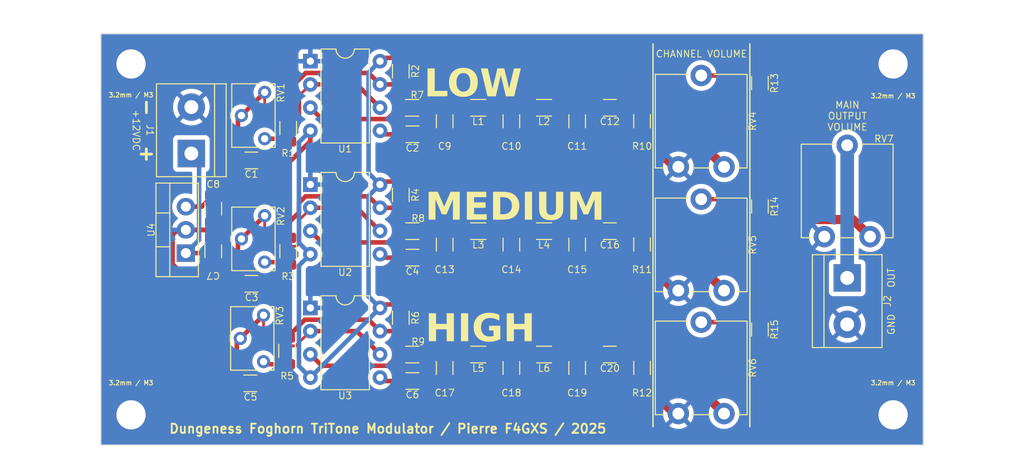
<source format=kicad_pcb>
(kicad_pcb (version 20221018) (generator pcbnew)
  (layers (0 "F.Cu" signal) (31 "B.Cu" signal) (34 "B.Paste" user) (35 "F.Paste" user) (36 "B.SilkS" user "B.Silkscreen") (37 "F.SilkS" user "F.Silkscreen") (38 "B.Mask" user) (39 "F.Mask" user) (44 "Edge.Cuts" user))
  (net 0 "")
  (net 1 "+12V")
  (net 2 "GND")
  (net 3 "Net-(J2-Pin_1)")
  (net 4 "Net-(U3-DIS)")
  (net 5 "Net-(R5-Pad2)")
  (net 6 "Net-(U2-DIS)")
  (net 7 "Net-(U1-R)")
  (net 8 "Net-(R3-Pad2)")
  (net 9 "Net-(U1-DIS)")
  (net 10 "Net-(R1-Pad2)")
  (net 11 "Net-(R15-Pad1)")
  (net 12 "Net-(R13-Pad2)")
  (net 13 "Net-(R14-Pad1)")
  (net 14 "Net-(R13-Pad1)")
  (net 15 "Net-(C20-Pad2)")
  (net 16 "Net-(C16-Pad2)")
  (net 17 "Net-(C12-Pad2)")
  (net 18 "Net-(C17-Pad1)")
  (net 19 "Net-(C13-Pad1)")
  (net 20 "Net-(C9-Pad1)")
  (net 21 "Net-(U3-THR)")
  (net 22 "Net-(U2-THR)")
  (net 23 "Net-(U1-THR)")
  (net 24 "Net-(U1-CV)")
  (net 25 "Net-(U2-CV)")
  (net 26 "Net-(U3-CV)")
  (net 27 "Net-(C10-Pad1)")
  (net 28 "Net-(C11-Pad1)")
  (net 29 "Net-(C18-Pad1)")
  (net 30 "Net-(C19-Pad1)")
  (net 31 "Net-(C14-Pad1)")
  (net 32 "Net-(C15-Pad1)")
  (net 33 "Net-(U3-Q)")
  (net 34 "Net-(U2-Q)")
  (net 35 "Net-(U1-Q)")
  (footprint "Inductor_SMD:L_1206_3216Metric" (layer "F.Cu") (at 117.5 120.6)
    (fp_text reference "L4" (at 0 1.5) (layer "F.SilkS") (effects (font (size 0.75 0.75) (thickness 0.1))))
    (fp_text value "1.5mH")
    (pad "1" smd roundrect (at -1.575 0) (size 1.05 1.9) (layers "F.Cu" "F.Paste" "F.Mask") (roundrect_rratio 0.238095) (net 31 "Net-(C14-Pad1)"))
    (pad "2" smd roundrect (at 1.575 0) (size 1.05 1.9) (layers "F.Cu" "F.Paste" "F.Mask") (roundrect_rratio 0.238095) (net 32 "Net-(C15-Pad1)"))
  )
  (footprint "Resistor_SMD:R_1206_3216Metric" (layer "F.Cu") (at 141.125 104.4 -90)
    (fp_text reference "R13" (at 0 -1.6 90) (layer "F.SilkS") (effects (font (size 0.75 0.75) (thickness 0.1))))
    (fp_text value "3.3kR")
    (pad "1" smd roundrect (at -1.4625 0 270) (size 1.125 1.75) (layers "F.Cu" "F.Paste" "F.Mask") (roundrect_rratio 0.222222) (net 14 "Net-(R13-Pad1)"))
    (pad "2" smd roundrect (at 1.4625 0 270) (size 1.125 1.75) (layers "F.Cu" "F.Paste" "F.Mask") (roundrect_rratio 0.222222) (net 12 "Net-(R13-Pad2)"))
  )
  (footprint "Inductor_SMD:L_1206_3216Metric" (layer "F.Cu") (at 110.3 134.1)
    (fp_text reference "L5" (at 0 1.5) (layer "F.SilkS") (effects (font (size 0.75 0.75) (thickness 0.1))))
    (fp_text value "1.2mH")
    (pad "1" smd roundrect (at -1.575 0) (size 1.05 1.9) (layers "F.Cu" "F.Paste" "F.Mask") (roundrect_rratio 0.238095) (net 18 "Net-(C17-Pad1)"))
    (pad "2" smd roundrect (at 1.575 0) (size 1.05 1.9) (layers "F.Cu" "F.Paste" "F.Mask") (roundrect_rratio 0.238095) (net 29 "Net-(C18-Pad1)"))
  )
  (footprint "Capacitor_SMD:C_1206_3216Metric" (layer "F.Cu") (at 124.7 120.6)
    (fp_text reference "C16" (at 0 1.5) (layer "F.SilkS") (effects (font (size 0.75 0.75) (thickness 0.1))))
    (fp_text value "39µF")
    (pad "1" smd roundrect (at -1.475 0) (size 1.15 1.8) (layers "F.Cu" "F.Paste" "F.Mask") (roundrect_rratio 0.217391) (net 32 "Net-(C15-Pad1)"))
    (pad "2" smd roundrect (at 1.475 0) (size 1.15 1.8) (layers "F.Cu" "F.Paste" "F.Mask") (roundrect_rratio 0.217391) (net 16 "Net-(C16-Pad2)"))
  )
  (footprint "Resistor_SMD:R_1206_3216Metric" (layer "F.Cu") (at 103.0875 134.1)
    (fp_text reference "R9" (at 0.6375 -1.4) (layer "F.SilkS") (effects (font (size 0.75 0.75) (thickness 0.1))))
    (fp_text value "4R")
    (pad "1" smd roundrect (at -1.4625 0) (size 1.125 1.75) (layers "F.Cu" "F.Paste" "F.Mask") (roundrect_rratio 0.222222) (net 33 "Net-(U3-Q)"))
    (pad "2" smd roundrect (at 1.4625 0) (size 1.125 1.75) (layers "F.Cu" "F.Paste" "F.Mask") (roundrect_rratio 0.222222) (net 18 "Net-(C17-Pad1)"))
  )
  (footprint "Resistor_SMD:R_1206_3216Metric" (layer "F.Cu") (at 128.225 122.0625 -90)
    (fp_text reference "R11" (at 2.7375 0 -180) (layer "F.SilkS") (effects (font (size 0.75 0.75) (thickness 0.1))))
    (fp_text value "56R")
    (pad "1" smd roundrect (at -1.4625 0 270) (size 1.125 1.75) (layers "F.Cu" "F.Paste" "F.Mask") (roundrect_rratio 0.222222) (net 16 "Net-(C16-Pad2)"))
    (pad "2" smd roundrect (at 1.4625 0 270) (size 1.125 1.75) (layers "F.Cu" "F.Paste" "F.Mask") (roundrect_rratio 0.222222) (net 2 "GND"))
  )
  (footprint "Capacitor_SMD:C_1206_3216Metric" (layer "F.Cu") (at 113.925 135.575 -90)
    (fp_text reference "C18" (at 2.725 0 -180) (layer "F.SilkS") (effects (font (size 0.75 0.75) (thickness 0.1))))
    (fp_text value "82µF")
    (pad "1" smd roundrect (at -1.475 0 270) (size 1.15 1.8) (layers "F.Cu" "F.Paste" "F.Mask") (roundrect_rratio 0.217391) (net 29 "Net-(C18-Pad1)"))
    (pad "2" smd roundrect (at 1.475 0 270) (size 1.15 1.8) (layers "F.Cu" "F.Paste" "F.Mask") (roundrect_rratio 0.217391) (net 2 "GND"))
  )
  (footprint "Potentiometer_THT:Potentiometer_ACP_CA9-V10_Vertical" (layer "F.Cu") (at 137.2 113.5625 90)
    (fp_text reference "RV4" (at 5 3.125 90) (layer "F.SilkS") (effects (font (size 0.75 0.75) (thickness 0.1))))
    (fp_text value "10kR")
    (pad "1" thru_hole circle (at 0 0 90) (size 2.34 2.34) (drill 1.3) (layers "*.Cu" "*.Mask") (net 17 "Net-(C12-Pad2)"))
    (pad "2" thru_hole circle (at 10 -2.5 90) (size 2.34 2.34) (drill 1.3) (layers "*.Cu" "*.Mask") (net 14 "Net-(R13-Pad1)"))
    (pad "3" thru_hole circle (at 0 -5 90) (size 2.34 2.34) (drill 1.3) (layers "*.Cu" "*.Mask") (net 2 "GND"))
  )
  (footprint "Capacitor_SMD:C_1206_3216Metric" (layer "F.Cu") (at 103.1 137)
    (fp_text reference "C6" (at 0 1.5) (layer "F.SilkS") (effects (font (size 0.75 0.75) (thickness 0.1))))
    (fp_text value "47nF")
    (pad "1" smd roundrect (at -1.475 0) (size 1.15 1.8) (layers "F.Cu" "F.Paste" "F.Mask") (roundrect_rratio 0.217391) (net 26 "Net-(U3-CV)"))
    (pad "2" smd roundrect (at 1.475 0) (size 1.15 1.8) (layers "F.Cu" "F.Paste" "F.Mask") (roundrect_rratio 0.217391) (net 2 "GND"))
  )
  (footprint "Capacitor_SMD:C_1206_3216Metric" (layer "F.Cu") (at 85.35 137.255)
    (fp_text reference "C5" (at 0.025 1.5) (layer "F.SilkS") (effects (font (size 0.75 0.75) (thickness 0.1))))
    (fp_text value "470nF")
    (pad "1" smd roundrect (at -1.475 0) (size 1.15 1.8) (layers "F.Cu" "F.Paste" "F.Mask") (roundrect_rratio 0.217391) (net 21 "Net-(U3-THR)"))
    (pad "2" smd roundrect (at 1.475 0) (size 1.15 1.8) (layers "F.Cu" "F.Paste" "F.Mask") (roundrect_rratio 0.217391) (net 2 "GND"))
  )
  (footprint "Capacitor_SMD:C_1206_3216Metric" (layer "F.Cu") (at 81.3 122.795 90)
    (fp_text reference "C7" (at -2.665 0 180 unlocked) (layer "F.SilkS") (effects (font (size 0.75 0.75) (thickness 0.1))))
    (fp_text value "0.33µF")
    (pad "1" smd roundrect (at -1.475 0 90) (size 1.15 1.8) (layers "F.Cu" "F.Paste" "F.Mask") (roundrect_rratio 0.217391) (net 1 "+12V"))
    (pad "2" smd roundrect (at 1.475 0 90) (size 1.15 1.8) (layers "F.Cu" "F.Paste" "F.Mask") (roundrect_rratio 0.217391) (net 2 "GND"))
  )
  (footprint "Capacitor_SMD:C_1206_3216Metric" (layer "F.Cu") (at 113.925 122.075 -90)
    (fp_text reference "C14" (at 2.725 0 -180) (layer "F.SilkS") (effects (font (size 0.75 0.75) (thickness 0.1))))
    (fp_text value "120µF")
    (pad "1" smd roundrect (at -1.475 0 270) (size 1.15 1.8) (layers "F.Cu" "F.Paste" "F.Mask") (roundrect_rratio 0.217391) (net 31 "Net-(C14-Pad1)"))
    (pad "2" smd roundrect (at 1.475 0 270) (size 1.15 1.8) (layers "F.Cu" "F.Paste" "F.Mask") (roundrect_rratio 0.217391) (net 2 "GND"))
  )
  (footprint "Inductor_SMD:L_1206_3216Metric" (layer "F.Cu") (at 110.3 120.6)
    (fp_text reference "L3" (at 0 1.5) (layer "F.SilkS") (effects (font (size 0.75 0.75) (thickness 0.1))))
    (fp_text value "1.5mH")
    (pad "1" smd roundrect (at -1.575 0) (size 1.05 1.9) (layers "F.Cu" "F.Paste" "F.Mask") (roundrect_rratio 0.238095) (net 19 "Net-(C13-Pad1)"))
    (pad "2" smd roundrect (at 1.575 0) (size 1.05 1.9) (layers "F.Cu" "F.Paste" "F.Mask") (roundrect_rratio 0.238095) (net 31 "Net-(C14-Pad1)"))
  )
  (footprint "Capacitor_SMD:C_1206_3216Metric" (layer "F.Cu") (at 121.125 135.575 -90)
    (fp_text reference "C19" (at 2.725 0 -180) (layer "F.SilkS") (effects (font (size 0.75 0.75) (thickness 0.1))))
    (fp_text value "39µF")
    (pad "1" smd roundrect (at -1.475 0 270) (size 1.15 1.8) (layers "F.Cu" "F.Paste" "F.Mask") (roundrect_rratio 0.217391) (net 30 "Net-(C19-Pad1)"))
    (pad "2" smd roundrect (at 1.475 0 270) (size 1.15 1.8) (layers "F.Cu" "F.Paste" "F.Mask") (roundrect_rratio 0.217391) (net 2 "GND"))
  )
  (footprint "Capacitor_SMD:C_1206_3216Metric" (layer "F.Cu") (at 106.625 108.575 -90)
    (fp_text reference "C9" (at 2.725 0 -180) (layer "F.SilkS") (effects (font (size 0.75 0.75) (thickness 0.1))))
    (fp_text value "68µF")
    (pad "1" smd roundrect (at -1.475 0 270) (size 1.15 1.8) (layers "F.Cu" "F.Paste" "F.Mask") (roundrect_rratio 0.217391) (net 20 "Net-(C9-Pad1)"))
    (pad "2" smd roundrect (at 1.475 0 270) (size 1.15 1.8) (layers "F.Cu" "F.Paste" "F.Mask") (roundrect_rratio 0.217391) (net 2 "GND"))
  )
  (footprint "Resistor_SMD:R_1206_3216Metric" (layer "F.Cu") (at 89.5 122.7975 -90)
    (fp_text reference "R3" (at 2.7625 0 -180) (layer "F.SilkS") (effects (font (size 0.75 0.75) (thickness 0.1))))
    (fp_text value "200R")
    (pad "1" smd roundrect (at -1.4625 0 270) (size 1.125 1.75) (layers "F.Cu" "F.Paste" "F.Mask") (roundrect_rratio 0.222222) (net 6 "Net-(U2-DIS)"))
    (pad "2" smd roundrect (at 1.4625 0 270) (size 1.125 1.75) (layers "F.Cu" "F.Paste" "F.Mask") (roundrect_rratio 0.222222) (net 8 "Net-(R3-Pad2)"))
  )
  (footprint "Resistor_SMD:R_1206_3216Metric" (layer "F.Cu") (at 141.125 117.9 -90)
    (fp_text reference "R14" (at 0 -1.6 90) (layer "F.SilkS") (effects (font (size 0.75 0.75) (thickness 0.1))))
    (fp_text value "3.3kR")
    (pad "1" smd roundrect (at -1.4625 0 270) (size 1.125 1.75) (layers "F.Cu" "F.Paste" "F.Mask") (roundrect_rratio 0.222222) (net 13 "Net-(R14-Pad1)"))
    (pad "2" smd roundrect (at 1.4625 0 270) (size 1.125 1.75) (layers "F.Cu" "F.Paste" "F.Mask") (roundrect_rratio 0.222222) (net 12 "Net-(R13-Pad2)"))
  )
  (footprint "Capacitor_SMD:C_1206_3216Metric" (layer "F.Cu") (at 106.625 135.575 -90)
    (fp_text reference "C17" (at 2.725 0 -180) (layer "F.SilkS") (effects (font (size 0.75 0.75) (thickness 0.1))))
    (fp_text value "39µF")
    (pad "1" smd roundrect (at -1.475 0 270) (size 1.15 1.8) (layers "F.Cu" "F.Paste" "F.Mask") (roundrect_rratio 0.217391) (net 18 "Net-(C17-Pad1)"))
    (pad "2" smd roundrect (at 1.475 0 270) (size 1.15 1.8) (layers "F.Cu" "F.Paste" "F.Mask") (roundrect_rratio 0.217391) (net 2 "GND"))
  )
  (footprint "Capacitor_SMD:C_1206_3216Metric" (layer "F.Cu") (at 103.1 110)
    (fp_text reference "C2" (at 0 1.5) (layer "F.SilkS") (effects (font (size 0.75 0.75) (thickness 0.1))))
    (fp_text value "47nF")
    (pad "1" smd roundrect (at -1.475 0) (size 1.15 1.8) (layers "F.Cu" "F.Paste" "F.Mask") (roundrect_rratio 0.217391) (net 24 "Net-(U1-CV)"))
    (pad "2" smd roundrect (at 1.475 0) (size 1.15 1.8) (layers "F.Cu" "F.Paste" "F.Mask") (roundrect_rratio 0.217391) (net 2 "GND"))
  )
  (footprint "Inductor_SMD:L_1206_3216Metric" (layer "F.Cu") (at 117.5 107.1)
    (fp_text reference "L2" (at 0 1.5) (layer "F.SilkS") (effects (font (size 0.75 0.75) (thickness 0.1))))
    (fp_text value "1.8mH")
    (pad "1" smd roundrect (at -1.575 0) (size 1.05 1.9) (layers "F.Cu" "F.Paste" "F.Mask") (roundrect_rratio 0.238095) (net 27 "Net-(C10-Pad1)"))
    (pad "2" smd roundrect (at 1.575 0) (size 1.05 1.9) (layers "F.Cu" "F.Paste" "F.Mask") (roundrect_rratio 0.238095) (net 28 "Net-(C11-Pad1)"))
  )
  (footprint "Resistor_SMD:R_1206_3216Metric" (layer "F.Cu") (at 101.825 130.0875 90)
    (fp_text reference "R6" (at 0 1.6 90) (layer "F.SilkS") (effects (font (size 0.75 0.75) (thickness 0.1))))
    (fp_text value "250R")
    (pad "1" smd roundrect (at -1.4625 0 90) (size 1.125 1.75) (layers "F.Cu" "F.Paste" "F.Mask") (roundrect_rratio 0.222222) (net 4 "Net-(U3-DIS)"))
    (pad "2" smd roundrect (at 1.4625 0 90) (size 1.125 1.75) (layers "F.Cu" "F.Paste" "F.Mask") (roundrect_rratio 0.222222) (net 7 "Net-(U1-R)"))
  )
  (footprint "Package_DIP:DIP-8_W7.62mm" (layer "F.Cu") (at 91.925 102)
    (fp_text reference "U1" (at 3.8 9.6) (layer "F.SilkS") (effects (font (size 0.75 0.75) (thickness 0.1))))
    (fp_text value "NE555P")
    (pad "1" thru_hole rect (at 0 0) (size 1.6 1.6) (drill 0.8) (layers "*.Cu" "*.Mask") (net 2 "GND"))
    (pad "2" thru_hole oval (at 0 2.54) (size 1.6 1.6) (drill 0.8) (layers "*.Cu" "*.Mask") (net 23 "Net-(U1-THR)"))
    (pad "3" thru_hole oval (at 0 5.08) (size 1.6 1.6) (drill 0.8) (layers "*.Cu" "*.Mask") (net 35 "Net-(U1-Q)"))
    (pad "4" thru_hole oval (at 0 7.62) (size 1.6 1.6) (drill 0.8) (layers "*.Cu" "*.Mask") (net 7 "Net-(U1-R)"))
    (pad "5" thru_hole oval (at 7.62 7.62) (size 1.6 1.6) (drill 0.8) (layers "*.Cu" "*.Mask") (net 24 "Net-(U1-CV)"))
    (pad "6" thru_hole oval (at 7.62 5.08) (size 1.6 1.6) (drill 0.8) (layers "*.Cu" "*.Mask") (net 23 "Net-(U1-THR)"))
    (pad "7" thru_hole oval (at 7.62 2.54) (size 1.6 1.6) (drill 0.8) (layers "*.Cu" "*.Mask") (net 9 "Net-(U1-DIS)"))
    (pad "8" thru_hole oval (at 7.62 0) (size 1.6 1.6) (drill 0.8) (layers "*.Cu" "*.Mask") (net 7 "Net-(U1-R)"))
  )
  (footprint "Potentiometer_THT:Potentiometer_ACP_CA9-V10_Vertical" (layer "F.Cu") (at 137.2 140.5625 90)
    (fp_text reference "RV6" (at 5 3.125 90) (layer "F.SilkS") (effects (font (size 0.75 0.75) (thickness 0.1))))
    (fp_text value "10kR")
    (pad "1" thru_hole circle (at 0 0 90) (size 2.34 2.34) (drill 1.3) (layers "*.Cu" "*.Mask") (net 15 "Net-(C20-Pad2)"))
    (pad "2" thru_hole circle (at 10 -2.5 90) (size 2.34 2.34) (drill 1.3) (layers "*.Cu" "*.Mask") (net 11 "Net-(R15-Pad1)"))
    (pad "3" thru_hole circle (at 0 -5 90) (size 2.34 2.34) (drill 1.3) (layers "*.Cu" "*.Mask") (net 2 "GND"))
  )
  (footprint "Resistor_SMD:R_1206_3216Metric" (layer "F.Cu") (at 141.125 131.3625 -90)
    (fp_text reference "R15" (at 0 -1.6 90) (layer "F.SilkS") (effects (font (size 0.75 0.75) (thickness 0.1))))
    (fp_text value "3.3kR")
    (pad "1" smd roundrect (at -1.4625 0 270) (size 1.125 1.75) (layers "F.Cu" "F.Paste" "F.Mask") (roundrect_rratio 0.222222) (net 11 "Net-(R15-Pad1)"))
    (pad "2" smd roundrect (at 1.4625 0 270) (size 1.125 1.75) (layers "F.Cu" "F.Paste" "F.Mask") (roundrect_rratio 0.222222) (net 12 "Net-(R13-Pad2)"))
  )
  (footprint "Resistor_SMD:R_1206_3216Metric" (layer "F.Cu") (at 89.5 109.3225 -90)
    (fp_text reference "R1" (at 2.7375 0 -180) (layer "F.SilkS") (effects (font (size 0.75 0.75) (thickness 0.1))))
    (fp_text value "200R")
    (pad "1" smd roundrect (at -1.4625 0 270) (size 1.125 1.75) (layers "F.Cu" "F.Paste" "F.Mask") (roundrect_rratio 0.222222) (net 9 "Net-(U1-DIS)"))
    (pad "2" smd roundrect (at 1.4625 0 270) (size 1.125 1.75) (layers "F.Cu" "F.Paste" "F.Mask") (roundrect_rratio 0.222222) (net 10 "Net-(R1-Pad2)"))
  )
  (footprint "Resistor_SMD:R_1206_3216Metric" (layer "F.Cu") (at 128.225 135.5625 -90)
    (fp_text reference "R12" (at 2.7375 0 -180) (layer "F.SilkS") (effects (font (size 0.75 0.75) (thickness 0.1))))
    (fp_text value "56R")
    (pad "1" smd roundrect (at -1.4625 0 270) (size 1.125 1.75) (layers "F.Cu" "F.Paste" "F.Mask") (roundrect_rratio 0.222222) (net 15 "Net-(C20-Pad2)"))
    (pad "2" smd roundrect (at 1.4625 0 270) (size 1.125 1.75) (layers "F.Cu" "F.Paste" "F.Mask") (roundrect_rratio 0.222222) (net 2 "GND"))
  )
  (footprint "MountingHole:MountingHole_3.2mm_M3_DIN965_Pad" (layer "F.Cu") (at 155.7 140.7)
    (fp_text reference "3.2mm / M3" (at 0 -3.5) (layer "F.SilkS") (effects (font (size 0.5 0.5) (thickness 0.1))))
    (fp_text value "MountingHole_3.2mm_M3_DIN965_Pad")
    (pad "1" thru_hole circle (at 0 0) (size 5.6 5.6) (drill 3.2) (layers "*.Cu" "*.Mask"))
  )
  (footprint "Resistor_SMD:R_1206_3216Metric" (layer "F.Cu") (at 101.825 103.1 -90)
    (fp_text reference "R2" (at 0 -1.6 90) (layer "F.SilkS") (effects (font (size 0.75 0.75) (thickness 0.1))))
    (fp_text value "250R")
    (pad "1" smd roundrect (at -1.4625 0 270) (size 1.125 1.75) (layers "F.Cu" "F.Paste" "F.Mask") (roundrect_rratio 0.222222) (net 7 "Net-(U1-R)"))
    (pad "2" smd roundrect (at 1.4625 0 270) (size 1.125 1.75) (layers "F.Cu" "F.Paste" "F.Mask") (roundrect_rratio 0.222222) (net 9 "Net-(U1-DIS)"))
  )
  (footprint "Resistor_SMD:R_1206_3216Metric" (layer "F.Cu") (at 128.225 108.5625 -90)
    (fp_text reference "R10" (at 2.7375 0 -180) (layer "F.SilkS") (effects (font (size 0.75 0.75) (thickness 0.1))))
    (fp_text value "56R")
    (pad "1" smd roundrect (at -1.4625 0 270) (size 1.125 1.75) (layers "F.Cu" "F.Paste" "F.Mask") (roundrect_rratio 0.222222) (net 17 "Net-(C12-Pad2)"))
    (pad "2" smd roundrect (at 1.4625 0 270) (size 1.125 1.75) (layers "F.Cu" "F.Paste" "F.Mask") (roundrect_rratio 0.222222) (net 2 "GND"))
  )
  (footprint "Potentiometer_THT:Potentiometer_ACP_CA9-V10_Vertical" (layer "F.Cu") (at 153.175 121.2 90)
    (fp_text reference "RV7" (at 10.7 1.525 180) (layer "F.SilkS") (effects (font (size 0.75 0.75) (thickness 0.1))))
    (fp_text value "500kR")
    (pad "1" thru_hole circle (at 0 0 90) (size 2.34 2.34) (drill 1.3) (layers "*.Cu" "*.Mask") (net 12 "Net-(R13-Pad2)"))
    (pad "2" thru_hole circle (at 10 -2.5 90) (size 2.34 2.34) (drill 1.3) (layers "*.Cu" "*.Mask") (net 3 "Net-(J2-Pin_1)"))
    (pad "3" thru_hole circle (at 0 -5 90) (size 2.34 2.34) (drill 1.3) (layers "*.Cu" "*.Mask") (net 2 "GND"))
  )
  (footprint "MountingHole:MountingHole_3.2mm_M3_DIN965_Pad" (layer "F.Cu") (at 72.3 140.7)
    (fp_text reference "3.2mm / M3" (at 0 -3.5) (layer "F.SilkS") (effects (font (size 0.5 0.5) (thickness 0.1) bold)))
    (fp_text value "MountingHole_3.2mm_M3_DIN965_Pad")
    (pad "1" thru_hole circle (at 0 0) (size 5.6 5.6) (drill 3.2) (layers "*.Cu" "*.Mask"))
  )
  (footprint "Resistor_SMD:R_1206_3216Metric" (layer "F.Cu") (at 89.375 133.705 -90)
    (fp_text reference "R5" (at 2.75 0 -180) (layer "F.SilkS") (effects (font (size 0.75 0.75) (thickness 0.1))))
    (fp_text value "200R")
    (pad "1" smd roundrect (at -1.4625 0 270) (size 1.125 1.75) (layers "F.Cu" "F.Paste" "F.Mask") (roundrect_rratio 0.222222) (net 4 "Net-(U3-DIS)"))
    (pad "2" smd roundrect (at 1.4625 0 270) (size 1.125 1.75) (layers "F.Cu" "F.Paste" "F.Mask") (roundrect_rratio 0.222222) (net 5 "Net-(R5-Pad2)"))
  )
  (footprint "Resistor_SMD:R_1206_3216Metric" (layer "F.Cu") (at 103.0625 107.1)
    (fp_text reference "R7" (at 0.5625 -1.4) (layer "F.SilkS") (effects (font (size 0.75 0.75) (thickness 0.1))))
    (fp_text value "4R")
    (pad "1" smd roundrect (at -1.4625 0) (size 1.125 1.75) (layers "F.Cu" "F.Paste" "F.Mask") (roundrect_rratio 0.222222) (net 35 "Net-(U1-Q)"))
    (pad "2" smd roundrect (at 1.4625 0) (size 1.125 1.75) (layers "F.Cu" "F.Paste" "F.Mask") (roundrect_rratio 0.222222) (net 20 "Net-(C9-Pad1)"))
  )
  (footprint "TerminalBlock:TerminalBlock_bornier-2_P5.08mm" (layer "F.Cu") (at 78.9 112.1 90)
    (fp_text reference "J1" (at 2.54 -4.525 270 unlocked) (layer "F.SilkS") (effects (font (size 0.75 0.75) (thickness 0.1))))
    (fp_text value "Conn_01x02_Pin")
    (pad "1" thru_hole rect (at 0 0 90) (size 3 3) (drill 1.52) (layers "*.Cu" "*.Mask") (net 1 "+12V"))
    (pad "2" thru_hole circle (at 5.08 0 90) (size 3 3) (drill 1.52) (layers "*.Cu" "*.Mask") (net 2 "GND"))
  )
  (footprint "MountingHole:MountingHole_3.2mm_M3_DIN965_Pad" (layer "F.Cu") (at 72.3 102.3)
    (fp_text reference "3.2mm / M3" (at 0 3.4) (layer "F.SilkS") (effects (font (size 0.5 0.5) (thickness 0.1) bold)))
    (fp_text value "MountingHole_3.2mm_M3_DIN965_Pad")
    (pad "1" thru_hole circle (at 0 0) (size 5.6 5.6) (drill 3.2) (layers "*.Cu" "*.Mask"))
  )
  (footprint "Potentiometer_THT:Potentiometer_Bourns_3266W_Vertical" (layer "F.Cu") (at 86.925 123.985 -90)
    (fp_text reference "RV2" (at -5.025 -1.775 90) (layer "F.SilkS") (effects (font (size 0.75 0.75) (thickness 0.1))))
    (fp_text value "5kR")
    (pad "1" thru_hole circle (at 0 0 270) (size 1.44 1.44) (drill 0.8) (layers "*.Cu" "*.Mask") (net 8 "Net-(R3-Pad2)"))
    (pad "2" thru_hole circle (at -2.54 2.54 270) (size 1.44 1.44) (drill 0.8) (layers "*.Cu" "*.Mask") (net 22 "Net-(U2-THR)"))
    (pad "3" thru_hole circle (at -5.08 0 270) (size 1.44 1.44) (drill 0.8) (layers "*.Cu" "*.Mask") (net 22 "Net-(U2-THR)"))
  )
  (footprint "Capacitor_SMD:C_1206_3216Metric" (layer "F.Cu") (at 85.475 126.36)
    (fp_text reference "C3" (at 0.025 1.5) (layer "F.SilkS") (effects (font (size 0.75 0.75) (thickness 0.1))))
    (fp_text value "470nF")
    (pad "1" smd roundrect (at -1.475 0) (size 1.15 1.8) (layers "F.Cu" "F.Paste" "F.Mask") (roundrect_rratio 0.217391) (net 22 "Net-(U2-THR)"))
    (pad "2" smd roundrect (at 1.475 0) (size 1.15 1.8) (layers "F.Cu" "F.Paste" "F.Mask") (roundrect_rratio 0.217391) (net 2 "GND"))
  )
  (footprint "Capacitor_SMD:C_1206_3216Metric" (layer "F.Cu") (at 124.7 134.1)
    (fp_text reference "C20" (at 0 1.5) (layer "F.SilkS") (effects (font (size 0.75 0.75) (thickness 0.1))))
    (fp_text value "27µF")
    (pad "1" smd roundrect (at -1.475 0) (size 1.15 1.8) (layers "F.Cu" "F.Paste" "F.Mask") (roundrect_rratio 0.217391) (net 30 "Net-(C19-Pad1)"))
    (pad "2" smd roundrect (at 1.475 0) (size 1.15 1.8) (layers "F.Cu" "F.Paste" "F.Mask") (roundrect_rratio 0.217391) (net 15 "Net-(C20-Pad2)"))
  )
  (footprint "Inductor_SMD:L_1206_3216Metric" (layer "F.Cu") (at 110.3 107.1)
    (fp_text reference "L1" (at 0 1.5) (layer "F.SilkS") (effects (font (size 0.75 0.75) (thickness 0.1))))
    (fp_text value "1.8mH")
    (pad "1" smd roundrect (at -1.575 0) (size 1.05 1.9) (layers "F.Cu" "F.Paste" "F.Mask") (roundrect_rratio 0.238095) (net 20 "Net-(C9-Pad1)"))
    (pad "2" smd roundrect (at 1.575 0) (size 1.05 1.9) (layers "F.Cu" "F.Paste" "F.Mask") (roundrect_rratio 0.238095) (net 27 "Net-(C10-Pad1)"))
  )
  (footprint "Resistor_SMD:R_1206_3216Metric" (layer "F.Cu") (at 101.825 116.6375 90)
    (fp_text reference "R4" (at 0 1.6 90) (layer "F.SilkS") (effects (font (size 0.75 0.75) (thickness 0.1))))
    (fp_text value "250R")
    (pad "1" smd roundrect (at -1.4625 0 90) (size 1.125 1.75) (layers "F.Cu" "F.Paste" "F.Mask") (roundrect_rratio 0.222222) (net 6 "Net-(U2-DIS)"))
    (pad "2" smd roundrect (at 1.4625 0 90) (size 1.125 1.75) (layers "F.Cu" "F.Paste" "F.Mask") (roundrect_rratio 0.222222) (net 7 "Net-(U1-R)"))
  )
  (footprint "MountingHole:MountingHole_3.2mm_M3_DIN965_Pad" (layer "F.Cu") (at 155.7 102.3)
    (fp_text reference "3.2mm / M3" (at 0 3.5) (layer "F.SilkS") (effects (font (size 0.5 0.5) (thickness 0.1) bold)))
    (fp_text value "MountingHole_3.2mm_M3_DIN965_Pad")
    (pad "1" thru_hole circle (at 0 0) (size 5.6 5.6) (drill 3.2) (layers "*.Cu" "*.Mask"))
  )
  (footprint "Potentiometer_THT:Potentiometer_Bourns_3266W_Vertical" (layer "F.Cu") (at 86.8 134.88 -90)
    (fp_text reference "RV3" (at -5.025 -1.775 90) (layer "F.SilkS") (effects (font (size 0.75 0.75) (thickness 0.1))))
    (fp_text value "2.5kR")
    (pad "1" thru_hole circle (at 0 0 270) (size 1.44 1.44) (drill 0.8) (layers "*.Cu" "*.Mask") (net 5 "Net-(R5-Pad2)"))
    (pad "2" thru_hole circle (at -2.54 2.54 270) (size 1.44 1.44) (drill 0.8) (layers "*.Cu" "*.Mask") (net 21 "Net-(U3-THR)"))
    (pad "3" thru_hole circle (at -5.08 0 270) (size 1.44 1.44) (drill 0.8) (layers "*.Cu" "*.Mask") (net 21 "Net-(U3-THR)"))
  )
  (footprint "Package_TO_SOT_THT:TO-220-3_Vertical" (layer "F.Cu") (at 78.3 123 90)
    (fp_text reference "U4" (at 2.54 -3.8 90) (layer "F.SilkS") (effects (font (size 0.75 0.75) (thickness 0.1))))
    (fp_text value "LM7805_TO220")
    (pad "1" thru_hole rect (at 0 0 90) (size 1.905 2) (drill 1.1) (layers "*.Cu" "*.Mask") (net 1 "+12V"))
    (pad "2" thru_hole oval (at 2.54 0 90) (size 1.905 2) (drill 1.1) (layers "*.Cu" "*.Mask") (net 2 "GND"))
    (pad "3" thru_hole oval (at 5.08 0 90) (size 1.905 2) (drill 1.1) (layers "*.Cu" "*.Mask") (net 7 "Net-(U1-R)"))
  )
  (footprint "Capacitor_SMD:C_1206_3216Metric" (layer "F.Cu") (at 121.125 108.575 -90)
    (fp_text reference "C11" (at 2.725 0 -180) (layer "F.SilkS") (effects (font (size 0.75 0.75) (thickness 0.1))))
    (fp_text value "68µF")
    (pad "1" smd roundrect (at -1.475 0 270) (size 1.15 1.8) (layers "F.Cu" "F.Paste" "F.Mask") (roundrect_rratio 0.217391) (net 28 "Net-(C11-Pad1)"))
    (pad "2" smd roundrect (at 1.475 0 270) (size 1.15 1.8) (layers "F.Cu" "F.Paste" "F.Mask") (roundrect_rratio 0.217391) (net 2 "GND"))
  )
  (footprint "Resistor_SMD:R_1206_3216Metric" (layer "F.Cu") (at 103.0875 120.6)
    (fp_text reference "R8" (at 0.6375 -1.4) (layer "F.SilkS") (effects (font (size 0.75 0.75) (thickness 0.1))))
    (fp_text value "4R")
    (pad "1" smd roundrect (at -1.4625 0) (size 1.125 1.75) (layers "F.Cu" "F.Paste" "F.Mask") (roundrect_rratio 0.222222) (net 34 "Net-(U2-Q)"))
    (pad "2" smd roundrect (at 1.4625 0) (size 1.125 1.75) (layers "F.Cu" "F.Paste" "F.Mask") (roundrect_rratio 0.222222) (net 19 "Net-(C13-Pad1)"))
  )
  (footprint "Package_DIP:DIP-8_W7.62mm" (layer "F.Cu") (at 91.925 115.5)
    (fp_text reference "U2" (at 3.81 9.6) (layer "F.SilkS") (effects (font (size 0.75 0.75) (thickness 0.1))))
    (fp_text value "NE555P")
    (pad "1" thru_hole rect (at 0 0) (size 1.6 1.6) (drill 0.8) (layers "*.Cu" "*.Mask") (net 2 "GND"))
    (pad "2" thru_hole oval (at 0 2.54) (size 1.6 1.6) (drill 0.8) (layers "*.Cu" "*.Mask") (net 22 "Net-(U2-THR)"))
    (pad "3" thru_hole oval (at 0 5.08) (size 1.6 1.6) (drill 0.8) (layers "*.Cu" "*.Mask") (net 34 "Net-(U2-Q)"))
    (pad "4" thru_hole oval (at 0 7.62) (size 1.6 1.6) (drill 0.8) (layers "*.Cu" "*.Mask") (net 7 "Net-(U1-R)"))
    (pad "5" thru_hole oval (at 7.62 7.62) (size 1.6 1.6) (drill 0.8) (layers "*.Cu" "*.Mask") (net 25 "Net-(U2-CV)"))
    (pad "6" thru_hole oval (at 7.62 5.08) (size 1.6 1.6) (drill 0.8) (layers "*.Cu" "*.Mask") (net 22 "Net-(U2-THR)"))
    (pad "7" thru_hole oval (at 7.62 2.54) (size 1.6 1.6) (drill 0.8) (layers "*.Cu" "*.Mask") (net 6 "Net-(U2-DIS)"))
    (pad "8" thru_hole oval (at 7.62 0) (size 1.6 1.6) (drill 0.8) (layers "*.Cu" "*.Mask") (net 7 "Net-(U1-R)"))
  )
  (footprint "Potentiometer_THT:Potentiometer_Bourns_3266W_Vertical" (layer "F.Cu") (at 86.925 110.485 -90)
    (fp_text reference "RV1" (at -5.025 -1.775 90) (layer "F.SilkS") (effects (font (size 0.75 0.75) (thickness 0.1))))
    (fp_text value "5kR")
    (pad "1" thru_hole circle (at 0 0 270) (size 1.44 1.44) (drill 0.8) (layers "*.Cu" "*.Mask") (net 10 "Net-(R1-Pad2)"))
    (pad "2" thru_hole circle (at -2.54 2.54 270) (size 1.44 1.44) (drill 0.8) (layers "*.Cu" "*.Mask") (net 23 "Net-(U1-THR)"))
    (pad "3" thru_hole circle (at -5.08 0 270) (size 1.44 1.44) (drill 0.8) (layers "*.Cu" "*.Mask") (net 23 "Net-(U1-THR)"))
  )
  (footprint "Capacitor_SMD:C_1206_3216Metric" (layer "F.Cu") (at 85.475 112.86)
    (fp_text reference "C1" (at 0 1.5) (layer "F.SilkS") (effects (font (size 0.75 0.75) (thickness 0.1))))
    (fp_text value "470nF")
    (pad "1" smd roundrect (at -1.475 0) (size 1.15 1.8) (layers "F.Cu" "F.Paste" "F.Mask") (roundrect_rratio 0.217391) (net 23 "Net-(U1-THR)"))
    (pad "2" smd roundrect (at 1.475 0) (size 1.15 1.8) (layers "F.Cu" "F.Paste" "F.Mask") (roundrect_rratio 0.217391) (net 2 "GND"))
  )
  (footprint "Potentiometer_THT:Potentiometer_ACP_CA9-V10_Vertical" (layer "F.Cu") (at 137.2 127.1 90)
    (fp_text reference "RV5" (at 5 3.125 90) (layer "F.SilkS") (effects (font (size 0.75 0.75) (thickness 0.1))))
    (fp_text value "10kR")
    (pad "1" thru_hole circle (at 0 0 90) (size 2.34 2.34) (drill 1.3) (layers "*.Cu" "*.Mask") (net 16 "Net-(C16-Pad2)"))
    (pad "2" thru_hole circle (at 10 -2.5 90) (size 2.34 2.34) (drill 1.3) (layers "*.Cu" "*.Mask") (net 13 "Net-(R14-Pad1)"))
    (pad "3" thru_hole circle (at 0 -5 90) (size 2.34 2.34) (drill 1.3) (layers "*.Cu" "*.Mask") (net 2 "GND"))
  )
  (footprint "Capacitor_SMD:C_1206_3216Metric" (layer "F.Cu") (at 106.625 122.075 -90)
    (fp_text reference "C13" (at 2.725 0 -180) (layer "F.SilkS") (effects (font (size 0.75 0.75) (thickness 0.1))))
    (fp_text value "56µF")
    (pad "1" smd roundrect (at -1.475 0 270) (size 1.15 1.8) (layers "F.Cu" "F.Paste" "F.Mask") (roundrect_rratio 0.217391) (net 19 "Net-(C13-Pad1)"))
    (pad "2" smd roundrect (at 1.475 0 270) (size 1.15 1.8) (layers "F.Cu" "F.Paste" "F.Mask") (roundrect_rratio 0.217391) (net 2 "GND"))
  )
  (footprint "Capacitor_SMD:C_1206_3216Metric" (layer "F.Cu") (at 121.125 122.075 -90)
    (fp_text reference "C15" (at 2.725 0 -180) (layer "F.SilkS") (effects (font (size 0.75 0.75) (thickness 0.1))))
    (fp_text value "56µF")
    (pad "1" smd roundrect (at -1.475 0 270) (size 1.15 1.8) (layers "F.Cu" "F.Paste" "F.Mask") (roundrect_rratio 0.217391) (net 32 "Net-(C15-Pad1)"))
    (pad "2" smd roundrect (at 1.475 0 270) (size 1.15 1.8) (layers "F.Cu" "F.Paste" "F.Mask") (roundrect_rratio 0.217391) (net 2 "GND"))
  )
  (footprint "Capacitor_SMD:C_1206_3216Metric" (layer "F.Cu") (at 113.925 108.575 -90)
    (fp_text reference "C10" (at 2.725 0 -180) (layer "F.SilkS") (effects (font (size 0.75 0.75) (thickness 0.1))))
    (fp_text value "150µF")
    (pad "1" smd roundrect (at -1.475 0 270) (size 1.15 1.8) (layers "F.Cu" "F.Paste" "F.Mask") (roundrect_rratio 0.217391) (net 27 "Net-(C10-Pad1)"))
    (pad "2" smd roundrect (at 1.475 0 270) (size 1.15 1.8) (layers "F.Cu" "F.Paste" "F.Mask") (roundrect_rratio 0.217391) (net 2 "GND"))
  )
  (footprint "Inductor_SMD:L_1206_3216Metric" (layer "F.Cu") (at 117.5 134.1)
    (fp_text reference "L6" (at 0 1.5) (layer "F.SilkS") (effects (font (size 0.75 0.75) (thickness 0.1))))
    (fp_text value "1.2mH")
    (pad "1" smd roundrect (at -1.575 0) (size 1.05 1.9) (layers "F.Cu" "F.Paste" "F.Mask") (roundrect_rratio 0.238095) (net 29 "Net-(C18-Pad1)"))
    (pad "2" smd roundrect (at 1.575 0) (size 1.05 1.9) (layers "F.Cu" "F.Paste" "F.Mask") (roundrect_rratio 0.238095) (net 30 "Net-(C19-Pad1)"))
  )
  (footprint "Package_DIP:DIP-8_W7.62mm" (layer "F.Cu") (at 91.925 129)
    (fp_text reference "U3" (at 3.81 9.6) (layer "F.SilkS") (effects (font (size 0.75 0.75) (thickness 0.1))))
    (fp_text value "NE555P")
    (pad "1" thru_hole rect (at 0 0) (size 1.6 1.6) (drill 0.8) (layers "*.Cu" "*.Mask") (net 2 "GND"))
    (pad "2" thru_hole oval (at 0 2.54) (size 1.6 1.6) (drill 0.8) (layers "*.Cu" "*.Mask") (net 21 "Net-(U3-THR)"))
    (pad "3" thru_hole oval (at 0 5.08) (size 1.6 1.6) (drill 0.8) (layers "*.Cu" "*.Mask") (net 33 "Net-(U3-Q)"))
    (pad "4" thru_hole oval (at 0 7.62) (size 1.6 1.6) (drill 0.8) (layers "*.Cu" "*.Mask") (net 7 "Net-(U1-R)"))
    (pad "5" thru_hole oval (at 7.62 7.62) (size 1.6 1.6) (drill 0.8) (layers "*.Cu" "*.Mask") (net 26 "Net-(U3-CV)"))
    (pad "6" thru_hole oval (at 7.62 5.08) (size 1.6 1.6) (drill 0.8) (layers "*.Cu" "*.Mask") (net 21 "Net-(U3-THR)"))
    (pad "7" thru_hole oval (at 7.62 2.54) (size 1.6 1.6) (drill 0.8) (layers "*.Cu" "*.Mask") (net 4 "Net-(U3-DIS)"))
    (pad "8" thru_hole oval (at 7.62 0) (size 1.6 1.6) (drill 0.8) (layers "*.Cu" "*.Mask") (net 7 "Net-(U1-R)"))
  )
  (footprint "Capacitor_SMD:C_1206_3216Metric" (layer "F.Cu") (at 124.7 107.1)
    (fp_text reference "C12" (at 0 1.5) (layer "F.SilkS") (effects (font (size 0.75 0.75) (thickness 0.1))))
    (fp_text value "47µF")
    (pad "1" smd roundrect (at -1.475 0) (size 1.15 1.8) (layers "F.Cu" "F.Paste" "F.Mask") (roundrect_rratio 0.217391) (net 28 "Net-(C11-Pad1)"))
    (pad "2" smd roundrect (at 1.475 0) (size 1.15 1.8) (layers "F.Cu" "F.Paste" "F.Mask") (roundrect_rratio 0.217391) (net 17 "Net-(C12-Pad2)"))
  )
  (footprint "Capacitor_SMD:C_1206_3216Metric" (layer "F.Cu") (at 81.3 118.145 90)
    (fp_text reference "C8" (at 2.685 0 180) (layer "F.SilkS") (effects (font (size 0.75 0.75) (thickness 0.1))))
    (fp_text value "0.1µF")
    (pad "1" smd roundrect (at -1.475 0 90) (size 1.15 1.8) (layers "F.Cu" "F.Paste" "F.Mask") (roundrect_rratio 0.217391) (net 2 "GND"))
    (pad "2" smd roundrect (at 1.475 0 90) (size 1.15 1.8) (layers "F.Cu" "F.Paste" "F.Mask") (roundrect_rratio 0.217391) (net 7 "Net-(U1-R)"))
  )
  (footprint "TerminalBlock:TerminalBlock_bornier-2_P5.08mm" (layer "F.Cu") (at 150.675 125.7175 -90)
    (fp_text reference "J2" (at 2.54 -4.4 -270) (layer "F.SilkS") (effects (font (size 0.75 0.75) (thickness 0.1))))
    (fp_text value "Conn_01x02_Pin")
    (pad "1" thru_hole rect (at 0 0 270) (size 3 3) (drill 1.52) (layers "*.Cu" "*.Mask") (net 3 "Net-(J2-Pin_1)"))
    (pad "2" thru_hole circle (at 5.08 0 270) (size 3 3) (drill 1.52) (layers "*.Cu" "*.Mask") (net 2 "GND"))
  )
  (footprint "Capacitor_SMD:C_1206_3216Metric" (layer "F.Cu") (at 103.1 123.5)
    (fp_text reference "C4" (at 0 1.5) (layer "F.SilkS") (effects (font (size 0.75 0.75) (thickness 0.1))))
    (fp_text value "47nF")
    (pad "1" smd roundrect (at -1.475 0) (size 1.15 1.8) (layers "F.Cu" "F.Paste" "F.Mask") (roundrect_rratio 0.217391) (net 25 "Net-(U2-CV)"))
    (pad "2" smd roundrect (at 1.475 0) (size 1.15 1.8) (layers "F.Cu" "F.Paste" "F.Mask") (roundrect_rratio 0.217391) (net 2 "GND"))
  )
  (gr_line (start 129.425 100.1) (end 129.425 142) (stroke (width 0.15)) (layer "F.SilkS"))
  (gr_line (start 140.025 100.1) (end 140.025 142) (stroke (width 0.15)) (layer "F.SilkS"))
  (gr_line (start 69 99) (end 159 99) (stroke (width 0.1)) (layer "Edge.Cuts"))
  (gr_line (start 159 99) (end 159 144) (stroke (width 0.1)) (layer "Edge.Cuts"))
  (gr_line (start 69 144) (end 69 99) (stroke (width 0.1)) (layer "Edge.Cuts"))
  (gr_line (start 159 144) (end 69 144) (stroke (width 0.1)) (layer "Edge.Cuts"))
  (gr_text "OUT" (at 155.5 125.7 90) (layer "F.SilkS") (effects (font (size 0.75 0.75) (thickness 0.1))))
  (gr_text "+" (at 73.975 112.06) (layer "F.SilkS") (effects (font (size 1.5 1.5) (thickness 0.3) bold)))
  (gr_text "LOW" (at 109.725 104.6) (layer "F.SilkS") (effects (font (size 3 3))))
  (gr_text "GND" (at 155.5 130.8 90) (layer "F.SilkS") (effects (font (size 0.75 0.75) (thickness 0.1))))
  (gr_text "+12VDC" (at 72.875 109.56 270) (layer "F.SilkS") (effects (font (size 0.75 0.75) (thickness 0.1))))
  (gr_text "MEDIUM" (at 114.325 118.1) (layer "F.SilkS") (effects (font (size 3 3))))
  (gr_text "MAIN\nOUTPUT\nVOLUME" (at 150.7 108) (layer "F.SilkS") (effects (font (size 0.75 0.75) (thickness 0.1))))
  (gr_text "CHANNEL VOLUME" (at 134.725 101.2) (layer "F.SilkS") (effects (font (size 0.75 0.75) (thickness 0.1))))
  (gr_text "-" (at 73.875 107.06 90) (layer "F.SilkS") (effects (font (size 1.5 1.5) (thickness 0.3) bold)))
  (gr_text "HIGH" (at 110.525 131.4) (layer "F.SilkS") (effects (font (size 3 3))))
  (gr_text "Dungeness Foghorn TriTone Modulator / Pierre F4GXS / 2025" (at 100.4 142.8) (layer "F.SilkS") (effects (font (size 1 1) (thickness 0.2) bold) (justify bottom)))
  (segment (start 78.3 123) (end 80.03 123) (width 0.5) (layer "F.Cu") (net 1))
  (segment (start 80.03 123) (end 81.3 124.27) (width 0.5) (layer "F.Cu") (net 1))
  (segment (start 79.75 112.95) (end 79.75 121.55) (width 0.5) (layer "B.Cu") (net 1))
  (segment (start 79.75 121.55) (end 78.3 123) (width 0.5) (layer "B.Cu") (net 1))
  (segment (start 78.9 112.1) (end 79.75 112.95) (width 0.5) (layer "B.Cu") (net 1))
  (segment (start 113.925 137.05) (end 106.625 137.05) (width 0.5) (layer "F.Cu") (net 2))
  (segment (start 128.225 137.025) (end 121.15 137.025) (width 0.5) (layer "F.Cu") (net 2))
  (segment (start 80.44 120.46) (end 81.3 121.32) (width 0.5) (layer "F.Cu") (net 2))
  (segment (start 121.125 137.05) (end 113.925 137.05) (width 0.5) (layer "F.Cu") (net 2))
  (segment (start 132.2 113.5625) (end 131.7625 113.5625) (width 1) (layer "F.Cu") (net 2))
  (segment (start 76.85 124.21) (end 76.85 121.01) (width 0.5) (layer "F.Cu") (net 2))
  (segment (start 106.625 110.05) (end 104.625 110.05) (width 0.5) (layer "F.Cu") (net 2))
  (segment (start 106.625 123.55) (end 104.625 123.55) (width 0.5) (layer "F.Cu") (net 2))
  (segment (start 85.475 138.605) (end 83.253122 138.605) (width 0.5) (layer "F.Cu") (net 2))
  (segment (start 82.571878 114.031878) (end 83.5 114.96) (width 0.5) (layer "F.Cu") (net 2))
  (segment (start 81.3 119.62) (end 81.3 121.32) (width 0.5) (layer "F.Cu") (net 2))
  (segment (start 121.125 123.55) (end 113.925 123.55) (width 0.5) (layer "F.Cu") (net 2))
  (segment (start 113.925 123.55) (end 106.625 123.55) (width 0.5) (layer "F.Cu") (net 2))
  (segment (start 106.625 137.05) (end 104.625 137.05) (width 0.5) (layer "F.Cu") (net 2))
  (segment (start 78.3 120.46) (end 80.44 120.46) (width 0.5) (layer "F.Cu") (net 2))
  (segment (start 86.95 126.36) (end 85.6 127.71) (width 0.5) (layer "F.Cu") (net 2))
  (segment (start 83.5 114.96) (end 84.85 114.96) (width 0.5) (layer "F.Cu") (net 2))
  (segment (start 84.85 114.96) (end 86.95 112.86) (width 0.5) (layer "F.Cu") (net 2))
  (segment (start 82.571878 110.691878) (end 82.571878 114.031878) (width 0.5) (layer "F.Cu") (net 2))
  (segment (start 76.85 121.01) (end 77.4 120.46) (width 0.5) (layer "F.Cu") (net 2))
  (segment (start 128.225 123.525) (end 121.15 123.525) (width 0.5) (layer "F.Cu") (net 2))
  (segment (start 121.15 137.025) (end 121.125 137.05) (width 0.5) (layer "F.Cu") (net 2))
  (segment (start 132.2 140.5625) (end 131.7625 140.5625) (width 1) (layer "F.Cu") (net 2))
  (segment (start 80.46 120.46) (end 81.3 119.62) (width 0.5) (layer "F.Cu") (net 2))
  (segment (start 77.4 120.46) (end 78.3 120.46) (width 0.5) (layer "F.Cu") (net 2))
  (segment (start 132.2 127.1) (end 131.8 127.1) (width 1) (layer "F.Cu") (net 2))
  (segment (start 131.8 127.1) (end 128.225 123.525) (width 1) (layer "F.Cu") (net 2))
  (segment (start 80.35 127.71) (end 76.85 124.21) (width 0.5) (layer "F.Cu") (net 2))
  (segment (start 121.15 123.525) (end 121.125 123.55) (width 0.5) (layer "F.Cu") (net 2))
  (segment (start 131.7625 113.5625) (end 128.225 110.025) (width 1) (layer "F.Cu") (net 2))
  (segment (start 121.15 110.025) (end 121.125 110.05) (width 0.5) (layer "F.Cu") (net 2))
  (segment (start 82.85 138.201878) (end 82.85 130.46) (width 0.5) (layer "F.Cu") (net 2))
  (segment (start 104.625 137.05) (end 104.575 137) (width 0.5) (layer "F.Cu") (net 2))
  (segment (start 78.9 107.02) (end 82.571878 110.691878) (width 0.5) (layer "F.Cu") (net 2))
  (segment (start 86.825 137.255) (end 85.475 138.605) (width 0.5) (layer "F.Cu") (net 2))
  (segment (start 82.85 130.46) (end 86.95 126.36) (width 0.5) (layer "F.Cu") (net 2))
  (segment (start 85.6 127.71) (end 80.35 127.71) (width 0.5) (layer "F.Cu") (net 2))
  (segment (start 104.625 123.55) (end 104.575 123.5) (width 0.5) (layer "F.Cu") (net 2))
  (segment (start 121.125 110.05) (end 113.925 110.05) (width 0.5) (layer "F.Cu") (net 2))
  (segment (start 83.253122 138.605) (end 82.85 138.201878) (width 0.5) (layer "F.Cu") (net 2))
  (segment (start 131.7625 140.5625) (end 128.225 137.025) (width 1) (layer "F.Cu") (net 2))
  (segment (start 78.3 120.46) (end 80.46 120.46) (width 0.5) (layer "F.Cu") (net 2))
  (segment (start 128.225 110.025) (end 121.15 110.025) (width 0.5) (layer "F.Cu") (net 2))
  (segment (start 113.925 110.05) (end 106.625 110.05) (width 0.5) (layer "F.Cu") (net 2))
  (segment (start 148.16 121.215) (end 148.175 121.2) (width 1) (layer "B.Cu") (net 2))
  (segment (start 150.675 111.2) (end 150.675 125.7175) (width 1.5) (layer "B.Cu") (net 3))
  (segment (start 91.3275 130.29) (end 98.295 130.29) (width 0.5) (layer "F.Cu") (net 4))
  (segment (start 98.295 130.29) (end 99.545 131.54) (width 0.5) (layer "F.Cu") (net 4))
  (segment (start 101.815 131.54) (end 101.825 131.55) (width 0.5) (layer "F.Cu") (net 4))
  (segment (start 99.545 131.54) (end 101.815 131.54) (width 0.5) (layer "F.Cu") (net 4))
  (segment (start 89.375 132.2425) (end 91.3275 130.29) (width 0.5) (layer "F.Cu") (net 4))
  (segment (start 87.0875 135.1675) (end 86.8 134.88) (width 0.5) (layer "F.Cu") (net 5))
  (segment (start 89.375 135.1675) (end 87.0875 135.1675) (width 0.5) (layer "F.Cu") (net 5))
  (segment (start 90.675 117.522233) (end 91.407233 116.79) (width 0.5) (layer "F.Cu") (net 6))
  (segment (start 89.5 121.335) (end 89.5 119.732767) (width 0.5) (layer "F.Cu") (net 6))
  (segment (start 91.407233 116.79) (end 98.295 116.79) (width 0.5) (layer "F.Cu") (net 6))
  (segment (start 89.5 119.732767) (end 90.675 118.557767) (width 0.5) (layer "F.Cu") (net 6))
  (segment (start 90.675 118.557767) (end 90.675 117.522233) (width 0.5) (layer "F.Cu") (net 6))
  (segment (start 99.545 118.04) (end 101.765 118.04) (width 0.5) (layer "F.Cu") (net 6))
  (segment (start 101.765 118.04) (end 101.825 118.1) (width 0.5) (layer "F.Cu") (net 6))
  (segment (start 98.295 116.79) (end 99.545 118.04) (width 0.5) (layer "F.Cu") (net 6))
  (segment (start 99.87 115.175) (end 99.545 115.5) (width 0.5) (layer "F.Cu") (net 7))
  (segment (start 86.00637 116.67) (end 91.925 110.75137) (width 0.5) (layer "F.Cu") (net 7))
  (segment (start 101.825 128.625) (end 99.92 128.625) (width 0.5) (layer "F.Cu") (net 7))
  (segment (start 99.9075 101.6375) (end 99.545 102) (width 0.5) (layer "F.Cu") (net 7))
  (segment (start 99.92 128.625) (end 99.545 129) (width 0.5) (layer "F.Cu") (net 7))
  (segment (start 91.925 110.75137) (end 91.925 109.62) (width 0.5) (layer "F.Cu") (net 7))
  (segment (start 78.3 117.92) (end 80.05 117.92) (width 0.5) (layer "F.Cu") (net 7))
  (segment (start 101.825 115.175) (end 99.87 115.175) (width 0.5) (layer "F.Cu") (net 7))
  (segment (start 101.825 101.6375) (end 99.9075 101.6375) (width 0.5) (layer "F.Cu") (net 7))
  (segment (start 81.3 116.67) (end 86.00637 116.67) (width 0.5) (layer "F.Cu") (net 7))
  (segment (start 80.05 117.92) (end 81.3 116.67) (width 0.5) (layer "F.Cu") (net 7))
  (segment (start 98.295 114.25) (end 98.295 103.25) (width 0.5) (layer "B.Cu") (net 7))
  (segment (start 91.925 136.62) (end 99.545 129) (width 0.5) (layer "B.Cu") (net 7))
  (segment (start 99.545 129) (end 98.295 127.75) (width 0.5) (layer "B.Cu") (net 7))
  (segment (start 91.925 123.12) (end 90.675 121.87) (width 0.5) (layer "B.Cu") (net 7))
  (segment (start 98.295 116.75) (end 99.545 115.5) (width 0.5) (layer "B.Cu") (net 7))
  (segment (start 91.925 136.62) (end 90.675 135.37) (width 0.5) (layer "B.Cu") (net 7))
  (segment (start 99.545 115.5) (end 98.295 114.25) (width 0.5) (layer "B.Cu") (net 7))
  (segment (start 90.675 110.87) (end 91.925 109.62) (width 0.5) (layer "B.Cu") (net 7))
  (segment (start 90.675 124.37) (end 91.925 123.12) (width 0.5) (layer "B.Cu") (net 7))
  (segment (start 90.675 121.87) (end 90.675 110.87) (width 0.5) (layer "B.Cu") (net 7))
  (segment (start 98.295 127.75) (end 98.295 116.75) (width 0.5) (layer "B.Cu") (net 7))
  (segment (start 98.295 103.25) (end 99.545 102) (width 0.5) (layer "B.Cu") (net 7))
  (segment (start 90.675 135.37) (end 90.675 124.37) (width 0.5) (layer "B.Cu") (net 7))
  (segment (start 89.225 123.985) (end 89.5 124.26) (width 0.5) (layer "F.Cu") (net 8))
  (segment (start 86.925 123.985) (end 89.225 123.985) (width 0.5) (layer "F.Cu") (net 8))
  (segment (start 89.5 107.86) (end 89.5 105.197233) (width 0.5) (layer "F.Cu") (net 9))
  (segment (start 91.407233 103.29) (end 98.295 103.29) (width 0.5) (layer "F.Cu") (net 9))
  (segment (start 101.8025 104.54) (end 101.825 104.5625) (width 0.5) (layer "F.Cu") (net 9))
  (segment (start 89.5 105.197233) (end 91.407233 103.29) (width 0.5) (layer "F.Cu") (net 9))
  (segment (start 98.295 103.29) (end 99.545 104.54) (width 0.5) (layer "F.Cu") (net 9))
  (segment (start 99.545 104.54) (end 101.8025 104.54) (width 0.5) (layer "F.Cu") (net 9))
  (segment (start 89.2 110.485) (end 89.5 110.785) (width 0.5) (layer "F.Cu") (net 10))
  (segment (start 86.925 110.485) (end 89.2 110.485) (width 0.5) (layer "F.Cu") (net 10))
  (segment (start 134.7 130.5625) (end 140.4625 130.5625) (width 0.5) (layer "F.Cu") (net 11))
  (segment (start 140.4625 130.5625) (end 141.125 129.9) (width 0.5) (layer "F.Cu") (net 11))
  (segment (start 142.45 118.0375) (end 141.125 119.3625) (width 0.5) (layer "F.Cu") (net 12))
  (segment (start 141.125 119.3625) (end 142.45 120.6875) (width 0.5) (layer "F.Cu") (net 12))
  (segment (start 142.45 120.6875) (end 142.45 131.5) (width 0.5) (layer "F.Cu") (net 12))
  (segment (start 153.175 121.2) (end 151.305 119.33) (width 1) (layer "F.Cu") (net 12))
  (segment (start 141.1575 119.33) (end 141.125 119.3625) (width 1) (layer "F.Cu") (net 12))
  (segment (start 141.125 105.8625) (end 142.45 107.1875) (width 0.5) (layer "F.Cu") (net 12))
  (segment (start 142.45 131.5) (end 141.125 132.825) (width 0.5) (layer "F.Cu") (net 12))
  (segment (start 142.45 107.1875) (end 142.45 118.0375) (width 0.5) (layer "F.Cu") (net 12))
  (segment (start 151.305 119.33) (end 141.1575 119.33) (width 1) (layer "F.Cu") (net 12))
  (segment (start 134.7 117.1) (end 140.4625 117.1) (width 0.5) (layer "F.Cu") (net 13))
  (segment (start 140.4625 117.1) (end 141.125 116.4375) (width 0.5) (layer "F.Cu") (net 13))
  (segment (start 140.5 103.5625) (end 141.125 102.9375) (width 0.5) (layer "F.Cu") (net 14))
  (segment (start 134.7 103.5625) (end 140.5 103.5625) (width 0.5) (layer "F.Cu") (net 14))
  (segment (start 137.2 140.5625) (end 130.7375 134.1) (width 1) (layer "F.Cu") (net 15))
  (segment (start 130.7375 134.1) (end 128.225 134.1) (width 1) (layer "F.Cu") (net 15))
  (segment (start 128.225 134.1) (end 126.175 134.1) (width 0.5) (layer "F.Cu") (net 15))
  (segment (start 130.7 120.6) (end 128.225 120.6) (width 1) (layer "F.Cu") (net 16))
  (segment (start 137.2 127.1) (end 130.7 120.6) (width 1) (layer "F.Cu") (net 16))
  (segment (start 128.225 120.6) (end 126.175 120.6) (width 0.5) (layer "F.Cu") (net 16))
  (segment (start 130.7375 107.1) (end 128.225 107.1) (width 1) (layer "F.Cu") (net 17))
  (segment (start 128.225 107.1) (end 126.175 107.1) (width 0.5) (layer "F.Cu") (net 17))
  (segment (start 137.2 113.5625) (end 130.7375 107.1) (width 1) (layer "F.Cu") (net 17))
  (segment (start 108.725 134.1) (end 106.625 134.1) (width 0.5) (layer "F.Cu") (net 18))
  (segment (start 106.625 134.1) (end 104.55 134.1) (width 0.5) (layer "F.Cu") (net 18))
  (segment (start 106.625 120.6) (end 104.55 120.6) (width 0.5) (layer "F.Cu") (net 19))
  (segment (start 108.725 120.6) (end 106.625 120.6) (width 0.5) (layer "F.Cu") (net 19))
  (segment (start 106.625 107.1) (end 104.525 107.1) (width 0.5) (layer "F.Cu") (net 20))
  (segment (start 108.725 107.1) (end 106.625 107.1) (width 0.5) (layer "F.Cu") (net 20))
  (segment (start 97.005 131.54) (end 99.545 134.08) (width 0.5) (layer "F.Cu") (net 21))
  (segment (start 86.8 131.460456) (end 86.8 129.8) (width 0.3) (layer "F.Cu") (net 21))
  (segment (start 88.494544 133.155) (end 86.8 131.460456) (width 0.3) (layer "F.Cu") (net 21))
  (segment (start 83.875 137.255) (end 83.875 132.725) (width 0.5) (layer "F.Cu") (net 21))
  (segment (start 90.31 133.155) (end 88.494544 133.155) (width 0.3) (layer "F.Cu") (net 21))
  (segment (start 91.925 131.54) (end 90.31 133.155) (width 0.3) (layer "F.Cu") (net 21))
  (segment (start 84.26 132.34) (end 86.8 129.8) (width 0.5) (layer "F.Cu") (net 21))
  (segment (start 91.925 131.54) (end 97.005 131.54) (width 0.5) (layer "F.Cu") (net 21))
  (segment (start 83.875 132.725) (end 84.26 132.34) (width 0.5) (layer "F.Cu") (net 21))
  (segment (start 86.925 118.905) (end 86.925 120.552956) (width 0.3) (layer "F.Cu") (net 22))
  (segment (start 91.925 118.04) (end 97.005 118.04) (width 0.5) (layer "F.Cu") (net 22))
  (segment (start 86.925 120.552956) (end 88.619544 122.2475) (width 0.3) (layer "F.Cu") (net 22))
  (segment (start 84.385 121.445) (end 86.925 118.905) (width 0.5) (layer "F.Cu") (net 22))
  (segment (start 90.775 121.852956) (end 90.775 119.306295) (width 0.3) (layer "F.Cu") (net 22))
  (segment (start 84 121.83) (end 84.385 121.445) (width 0.5) (layer "F.Cu") (net 22))
  (segment (start 91.925 118.156295) (end 91.925 118.04) (width 0.3) (layer "F.Cu") (net 22))
  (segment (start 97.005 118.04) (end 99.545 120.58) (width 0.5) (layer "F.Cu") (net 22))
  (segment (start 88.619544 122.2475) (end 90.380456 122.2475) (width 0.3) (layer "F.Cu") (net 22))
  (segment (start 90.775 119.306295) (end 91.925 118.156295) (width 0.3) (layer "F.Cu") (net 22))
  (segment (start 90.380456 122.2475) (end 90.775 121.852956) (width 0.3) (layer "F.Cu") (net 22))
  (segment (start 84 126.36) (end 84 121.83) (width 0.5) (layer "F.Cu") (net 22))
  (segment (start 86.925 105.405) (end 86.925 107.077956) (width 0.3) (layer "F.Cu") (net 23))
  (segment (start 90.775 108.377956) (end 90.775 105.69) (width 0.3) (layer "F.Cu") (net 23))
  (segment (start 84.385 107.945) (end 86.925 105.405) (width 0.5) (layer "F.Cu") (net 23))
  (segment (start 91.925 104.54) (end 97.005 104.54) (width 0.5) (layer "F.Cu") (net 23))
  (segment (start 84 112.86) (end 84 108.33) (width 0.5) (layer "F.Cu") (net 23))
  (segment (start 86.925 107.077956) (end 88.619544 108.7725) (width 0.3) (layer "F.Cu") (net 23))
  (segment (start 90.380456 108.7725) (end 90.775 108.377956) (width 0.3) (layer "F.Cu") (net 23))
  (segment (start 90.775 105.69) (end 91.925 104.54) (width 0.3) (layer "F.Cu") (net 23))
  (segment (start 84 108.33) (end 84.385 107.945) (width 0.5) (layer "F.Cu") (net 23))
  (segment (start 97.005 104.54) (end 99.545 107.08) (width 0.5) (layer "F.Cu") (net 23))
  (segment (start 88.619544 108.7725) (end 90.380456 108.7725) (width 0.3) (layer "F.Cu") (net 23))
  (segment (start 99.925 110) (end 99.545 109.62) (width 0.5) (layer "F.Cu") (net 24))
  (segment (start 101.625 110) (end 99.925 110) (width 0.5) (layer "F.Cu") (net 24))
  (segment (start 99.925 123.5) (end 99.545 123.12) (width 0.5) (layer "F.Cu") (net 25))
  (segment (start 101.625 123.5) (end 99.925 123.5) (width 0.5) (layer "F.Cu") (net 25))
  (segment (start 101.625 137) (end 99.925 137) (width 0.5) (layer "F.Cu") (net 26))
  (segment (start 99.925 137) (end 99.545 136.62) (width 0.5) (layer "F.Cu") (net 26))
  (segment (start 115.925 107.1) (end 113.925 107.1) (width 0.5) (layer "F.Cu") (net 27))
  (segment (start 113.925 107.1) (end 111.875 107.1) (width 0.5) (layer "F.Cu") (net 27))
  (segment (start 121.125 107.1) (end 119.075 107.1) (width 0.5) (layer "F.Cu") (net 28))
  (segment (start 123.225 107.1) (end 121.125 107.1) (width 0.5) (layer "F.Cu") (net 28))
  (segment (start 115.925 134.1) (end 113.925 134.1) (width 0.5) (layer "F.Cu") (net 29))
  (segment (start 113.925 134.1) (end 111.875 134.1) (width 0.5) (layer "F.Cu") (net 29))
  (segment (start 121.125 134.1) (end 119.075 134.1) (width 0.5) (layer "F.Cu") (net 30))
  (segment (start 123.225 134.1) (end 121.125 134.1) (width 0.5) (layer "F.Cu") (net 30))
  (segment (start 115.925 120.6) (end 113.925 120.6) (width 0.5) (layer "F.Cu") (net 31))
  (segment (start 113.925 120.6) (end 111.875 120.6) (width 0.5) (layer "F.Cu") (net 31))
  (segment (start 121.125 120.6) (end 119.075 120.6) (width 0.5) (layer "F.Cu") (net 32))
  (segment (start 123.225 120.6) (end 121.125 120.6) (width 0.5) (layer "F.Cu") (net 32))
  (segment (start 93.175 135.33) (end 91.925 134.08) (width 0.5) (layer "F.Cu") (net 33))
  (segment (start 100.395 135.33) (end 93.175 135.33) (width 0.5) (layer "F.Cu") (net 33))
  (segment (start 101.625 134.1) (end 100.395 135.33) (width 0.5) (layer "F.Cu") (net 33))
  (segment (start 93.175 121.83) (end 91.925 120.58) (width 0.5) (layer "F.Cu") (net 34))
  (segment (start 100.395 121.83) (end 93.175 121.83) (width 0.5) (layer "F.Cu") (net 34))
  (segment (start 101.625 120.6) (end 100.395 121.83) (width 0.5) (layer "F.Cu") (net 34))
  (segment (start 93.175 108.33) (end 100.37 108.33) (width 0.5) (layer "F.Cu") (net 35))
  (segment (start 100.37 108.33) (end 101.6 107.1) (width 0.5) (layer "F.Cu") (net 35))
  (segment (start 91.925 107.08) (end 93.175 108.33) (width 0.5) (layer "F.Cu") (net 35))
  (zone (net 2) (net_name "GND") (layer "B.Cu") (connect_pads (clearance 0.5)) (min_thickness 0.25) (fill yes (thermal_gap 0.5) (thermal_bridge_width 0.5))
    (polygon (pts (xy 69 99) (xy 159 99) (xy 159 144) (xy 69 144)))
  )
)
</source>
